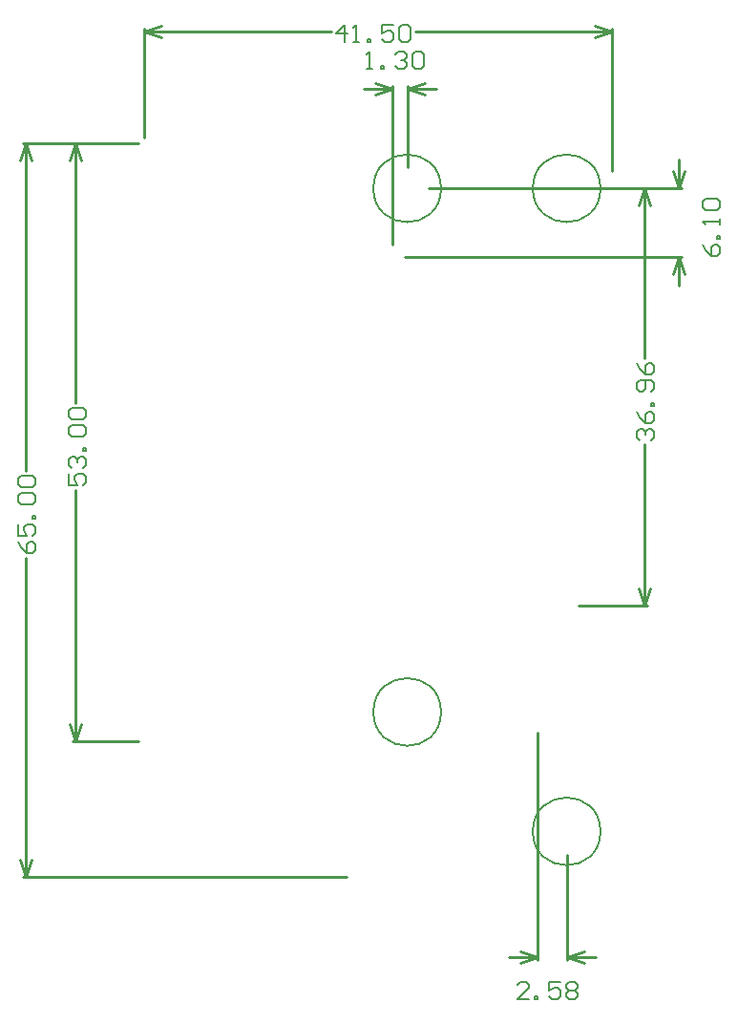
<source format=gm1>
G04 Layer_Color=16711935*
%FSAX25Y25*%
%MOIN*%
G70*
G01*
G75*
%ADD33C,0.01000*%
%ADD53C,0.00700*%
%ADD54C,0.00600*%
D33*
X2273872Y1368626D02*
X2370303D01*
X2282083Y1392657D02*
X2370303D01*
X2369303D02*
Y1402657D01*
Y1358626D02*
Y1368626D01*
Y1392657D02*
X2371303Y1398657D01*
X2367303D02*
X2369303Y1392657D01*
X2367303Y1362626D02*
X2369303Y1368626D01*
X2371303Y1362626D01*
X2269520Y1372979D02*
Y1428248D01*
X2274634Y1400106D02*
Y1428248D01*
Y1427248D02*
X2284634D01*
X2259520D02*
X2269520D01*
X2274634D02*
X2280634Y1425248D01*
X2274634Y1427248D02*
X2280634Y1429248D01*
X2263520D02*
X2269520Y1427248D01*
X2263520Y1425248D02*
X2269520Y1427248D01*
X2346051Y1398579D02*
Y1448248D01*
X2182665Y1410390D02*
Y1448248D01*
X2277354Y1447248D02*
X2346051D01*
X2182665D02*
X2248162D01*
X2340051Y1449248D02*
X2346051Y1447248D01*
X2340051Y1445248D02*
X2346051Y1447248D01*
X2182665D02*
X2188665Y1445248D01*
X2182665Y1447248D02*
X2188665Y1449248D01*
X2140303Y1152500D02*
X2253516D01*
X2140303Y1408405D02*
X2180681D01*
X2141303Y1152500D02*
Y1263757D01*
Y1293948D02*
Y1408405D01*
Y1152500D02*
X2143303Y1158500D01*
X2139303D02*
X2141303Y1152500D01*
X2139303Y1402405D02*
X2141303Y1408405D01*
X2143303Y1402405D01*
X2157803Y1408405D02*
X2180681D01*
X2157803Y1199744D02*
X2180681D01*
X2158803Y1317570D02*
Y1408405D01*
Y1199744D02*
Y1287379D01*
X2156803Y1402405D02*
X2158803Y1408405D01*
X2160803Y1402405D01*
X2158803Y1199744D02*
X2160803Y1205744D01*
X2156803D02*
X2158803Y1199744D01*
X2334487Y1247157D02*
X2358303D01*
X2338002Y1392657D02*
X2358303D01*
X2357303Y1247157D02*
Y1303212D01*
Y1333403D02*
Y1392657D01*
Y1247157D02*
X2359303Y1253157D01*
X2355303D02*
X2357303Y1247157D01*
X2355303Y1386657D02*
X2357303Y1392657D01*
X2359303Y1386657D01*
X2330303Y1123248D02*
Y1159958D01*
X2320134Y1123248D02*
Y1202805D01*
X2310134Y1124248D02*
X2320134D01*
X2330303D02*
X2340303D01*
X2314134Y1126248D02*
X2320134Y1124248D01*
X2314134Y1122248D02*
X2320134Y1124248D01*
X2330303D02*
X2336303Y1122248D01*
X2330303Y1124248D02*
X2336303Y1126248D01*
D53*
X2286445Y1392657D02*
G03*
X2286445Y1392657I-0011811J0000000D01*
G01*
X2342114D02*
G03*
X2342114Y1392657I-0011811J0000000D01*
G01*
Y1168248D02*
G03*
X2342114Y1168248I-0011811J0000000D01*
G01*
X2286445Y1209941D02*
G03*
X2286445Y1209941I-0011811J0000000D01*
G01*
D54*
X2377701Y1373044D02*
X2378701Y1371044D01*
X2380700Y1369045D01*
X2382700D01*
X2383699Y1370045D01*
Y1372044D01*
X2382700Y1373044D01*
X2381700D01*
X2380700Y1372044D01*
Y1369045D01*
X2383699Y1375043D02*
X2382700D01*
Y1376043D01*
X2383699D01*
Y1375043D01*
Y1380041D02*
Y1382041D01*
Y1381041D01*
X2377701D01*
X2378701Y1380041D01*
Y1385040D02*
X2377701Y1386039D01*
Y1388039D01*
X2378701Y1389038D01*
X2382700D01*
X2383699Y1388039D01*
Y1386039D01*
X2382700Y1385040D01*
X2378701D01*
X2260480Y1434446D02*
X2262479D01*
X2261480D01*
Y1440444D01*
X2260480Y1439445D01*
X2265478Y1434446D02*
Y1435446D01*
X2266478D01*
Y1434446D01*
X2265478D01*
X2270477Y1439445D02*
X2271476Y1440444D01*
X2273476D01*
X2274475Y1439445D01*
Y1438445D01*
X2273476Y1437445D01*
X2272476D01*
X2273476D01*
X2274475Y1436445D01*
Y1435446D01*
X2273476Y1434446D01*
X2271476D01*
X2270477Y1435446D01*
X2276475Y1439445D02*
X2277475Y1440444D01*
X2279474D01*
X2280474Y1439445D01*
Y1435446D01*
X2279474Y1434446D01*
X2277475D01*
X2276475Y1435446D01*
Y1439445D01*
X2252761Y1443649D02*
Y1449647D01*
X2249762Y1446648D01*
X2253761D01*
X2255761Y1443649D02*
X2257760D01*
X2256760D01*
Y1449647D01*
X2255761Y1448647D01*
X2260759Y1443649D02*
Y1444649D01*
X2261759D01*
Y1443649D01*
X2260759D01*
X2269756Y1449647D02*
X2265757D01*
Y1446648D01*
X2267757Y1447648D01*
X2268756D01*
X2269756Y1446648D01*
Y1444649D01*
X2268756Y1443649D01*
X2266757D01*
X2265757Y1444649D01*
X2271755Y1448647D02*
X2272755Y1449647D01*
X2274754D01*
X2275754Y1448647D01*
Y1444649D01*
X2274754Y1443649D01*
X2272755D01*
X2271755Y1444649D01*
Y1448647D01*
X2138904Y1269356D02*
X2139904Y1267356D01*
X2141903Y1265357D01*
X2143903D01*
X2144902Y1266357D01*
Y1268356D01*
X2143903Y1269356D01*
X2142903D01*
X2141903Y1268356D01*
Y1265357D01*
X2138904Y1275354D02*
Y1271355D01*
X2141903D01*
X2140903Y1273355D01*
Y1274354D01*
X2141903Y1275354D01*
X2143903D01*
X2144902Y1274354D01*
Y1272355D01*
X2143903Y1271355D01*
X2144902Y1277353D02*
X2143903D01*
Y1278353D01*
X2144902D01*
Y1277353D01*
X2139904Y1282352D02*
X2138904Y1283351D01*
Y1285351D01*
X2139904Y1286350D01*
X2143903D01*
X2144902Y1285351D01*
Y1283351D01*
X2143903Y1282352D01*
X2139904D01*
Y1288350D02*
X2138904Y1289349D01*
Y1291349D01*
X2139904Y1292348D01*
X2143903D01*
X2144902Y1291349D01*
Y1289349D01*
X2143903Y1288350D01*
X2139904D01*
X2156404Y1292978D02*
Y1288979D01*
X2159403D01*
X2158403Y1290979D01*
Y1291978D01*
X2159403Y1292978D01*
X2161403D01*
X2162402Y1291978D01*
Y1289979D01*
X2161403Y1288979D01*
X2157404Y1294977D02*
X2156404Y1295977D01*
Y1297976D01*
X2157404Y1298976D01*
X2158403D01*
X2159403Y1297976D01*
Y1296977D01*
Y1297976D01*
X2160403Y1298976D01*
X2161403D01*
X2162402Y1297976D01*
Y1295977D01*
X2161403Y1294977D01*
X2162402Y1300975D02*
X2161403D01*
Y1301975D01*
X2162402D01*
Y1300975D01*
X2157404Y1305974D02*
X2156404Y1306973D01*
Y1308973D01*
X2157404Y1309972D01*
X2161403D01*
X2162402Y1308973D01*
Y1306973D01*
X2161403Y1305974D01*
X2157404D01*
Y1311972D02*
X2156404Y1312971D01*
Y1314971D01*
X2157404Y1315970D01*
X2161403D01*
X2162402Y1314971D01*
Y1312971D01*
X2161403Y1311972D01*
X2157404D01*
X2355904Y1304812D02*
X2354904Y1305812D01*
Y1307811D01*
X2355904Y1308811D01*
X2356903D01*
X2357903Y1307811D01*
Y1306811D01*
Y1307811D01*
X2358903Y1308811D01*
X2359903D01*
X2360902Y1307811D01*
Y1305812D01*
X2359903Y1304812D01*
X2354904Y1314809D02*
X2355904Y1312809D01*
X2357903Y1310810D01*
X2359903D01*
X2360902Y1311810D01*
Y1313809D01*
X2359903Y1314809D01*
X2358903D01*
X2357903Y1313809D01*
Y1310810D01*
X2360902Y1316808D02*
X2359903D01*
Y1317808D01*
X2360902D01*
Y1316808D01*
X2359903Y1321806D02*
X2360902Y1322806D01*
Y1324805D01*
X2359903Y1325805D01*
X2355904D01*
X2354904Y1324805D01*
Y1322806D01*
X2355904Y1321806D01*
X2356903D01*
X2357903Y1322806D01*
Y1325805D01*
X2354904Y1331803D02*
X2355904Y1329804D01*
X2357903Y1327804D01*
X2359903D01*
X2360902Y1328804D01*
Y1330803D01*
X2359903Y1331803D01*
X2358903D01*
X2357903Y1330803D01*
Y1327804D01*
X2317121Y1109852D02*
X2313122D01*
X2317121Y1113851D01*
Y1114850D01*
X2316121Y1115850D01*
X2314121D01*
X2313122Y1114850D01*
X2319120Y1109852D02*
Y1110852D01*
X2320120D01*
Y1109852D01*
X2319120D01*
X2328117Y1115850D02*
X2324118D01*
Y1112851D01*
X2326118Y1113851D01*
X2327117D01*
X2328117Y1112851D01*
Y1110852D01*
X2327117Y1109852D01*
X2325118D01*
X2324118Y1110852D01*
X2330116Y1114850D02*
X2331116Y1115850D01*
X2333115D01*
X2334115Y1114850D01*
Y1113851D01*
X2333115Y1112851D01*
X2334115Y1111851D01*
Y1110852D01*
X2333115Y1109852D01*
X2331116D01*
X2330116Y1110852D01*
Y1111851D01*
X2331116Y1112851D01*
X2330116Y1113851D01*
Y1114850D01*
X2331116Y1112851D02*
X2333115D01*
M02*

</source>
